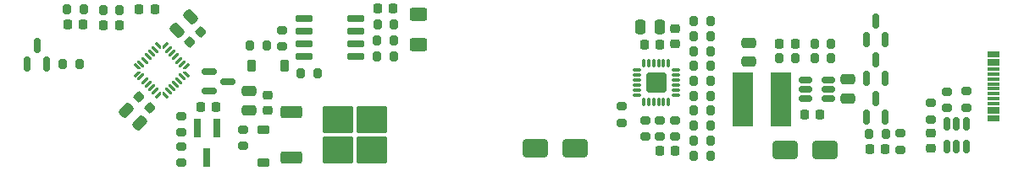
<source format=gbr>
%TF.GenerationSoftware,KiCad,Pcbnew,(7.0.0)*%
%TF.CreationDate,2023-05-08T01:10:33+02:00*%
%TF.ProjectId,Stacja Lutownicza V0.1,53746163-6a61-4204-9c75-746f776e6963,rev?*%
%TF.SameCoordinates,Original*%
%TF.FileFunction,Paste,Bot*%
%TF.FilePolarity,Positive*%
%FSLAX46Y46*%
G04 Gerber Fmt 4.6, Leading zero omitted, Abs format (unit mm)*
G04 Created by KiCad (PCBNEW (7.0.0)) date 2023-05-08 01:10:33*
%MOMM*%
%LPD*%
G01*
G04 APERTURE LIST*
G04 Aperture macros list*
%AMRoundRect*
0 Rectangle with rounded corners*
0 $1 Rounding radius*
0 $2 $3 $4 $5 $6 $7 $8 $9 X,Y pos of 4 corners*
0 Add a 4 corners polygon primitive as box body*
4,1,4,$2,$3,$4,$5,$6,$7,$8,$9,$2,$3,0*
0 Add four circle primitives for the rounded corners*
1,1,$1+$1,$2,$3*
1,1,$1+$1,$4,$5*
1,1,$1+$1,$6,$7*
1,1,$1+$1,$8,$9*
0 Add four rect primitives between the rounded corners*
20,1,$1+$1,$2,$3,$4,$5,0*
20,1,$1+$1,$4,$5,$6,$7,0*
20,1,$1+$1,$6,$7,$8,$9,0*
20,1,$1+$1,$8,$9,$2,$3,0*%
%AMFreePoly0*
4,1,15,0.053642,0.377500,0.080000,0.377500,0.111820,0.364320,0.125000,0.332500,0.125000,-0.332500,0.111820,-0.364320,0.080000,-0.377500,-0.080000,-0.377500,-0.111820,-0.364320,-0.125000,-0.332500,-0.125000,0.198860,-0.111820,0.230680,0.021820,0.364320,0.053640,0.377501,0.053642,0.377500,0.053642,0.377500,$1*%
%AMFreePoly1*
4,1,14,-0.021820,0.364320,0.111820,0.230679,0.125000,0.198858,0.125000,-0.332500,0.111820,-0.364320,0.080000,-0.377500,-0.080000,-0.377500,-0.111820,-0.364320,-0.125000,-0.332500,-0.125000,0.332500,-0.111820,0.364320,-0.080000,0.377500,-0.053640,0.377500,-0.021820,0.364320,-0.021820,0.364320,$1*%
%AMFreePoly2*
4,1,14,0.364320,0.111820,0.377500,0.080000,0.377500,-0.080000,0.364320,-0.111820,0.332500,-0.125000,-0.198860,-0.125001,-0.230680,-0.111818,-0.364320,0.021820,-0.377500,0.053640,-0.377500,0.080000,-0.364320,0.111820,-0.332500,0.125000,0.332500,0.125000,0.364320,0.111820,0.364320,0.111820,$1*%
%AMFreePoly3*
4,1,15,-0.198858,0.125000,0.332500,0.125000,0.364320,0.111820,0.377500,0.080000,0.377500,-0.080000,0.364320,-0.111820,0.332500,-0.125000,-0.332500,-0.125000,-0.364320,-0.111820,-0.377500,-0.080000,-0.377500,-0.053640,-0.364321,-0.021819,-0.230680,0.111820,-0.198860,0.125001,-0.198858,0.125000,-0.198858,0.125000,$1*%
%AMFreePoly4*
4,1,14,0.111820,0.364320,0.125000,0.332500,0.125001,-0.198860,0.111818,-0.230680,-0.021820,-0.364320,-0.053640,-0.377500,-0.080000,-0.377500,-0.111820,-0.364320,-0.125000,-0.332500,-0.125000,0.332500,-0.111820,0.364320,-0.080000,0.377500,0.080000,0.377500,0.111820,0.364320,0.111820,0.364320,$1*%
%AMFreePoly5*
4,1,14,0.111820,0.364320,0.125000,0.332500,0.125000,-0.332500,0.111820,-0.364320,0.080000,-0.377500,0.053640,-0.377501,0.021819,-0.364318,-0.111820,-0.230680,-0.125000,-0.198860,-0.125000,0.332500,-0.111820,0.364320,-0.080000,0.377500,0.080000,0.377500,0.111820,0.364320,0.111820,0.364320,$1*%
%AMFreePoly6*
4,1,14,0.230680,0.111820,0.364320,-0.021821,0.377500,-0.053642,0.377500,-0.080000,0.364320,-0.111820,0.332500,-0.125000,-0.332500,-0.125000,-0.364320,-0.111820,-0.377500,-0.080000,-0.377500,0.080000,-0.364320,0.111820,-0.332500,0.125000,0.198860,0.125000,0.230680,0.111820,0.230680,0.111820,$1*%
%AMFreePoly7*
4,1,14,0.364320,0.111820,0.377500,0.080000,0.377501,0.053640,0.364318,0.021819,0.230680,-0.111820,0.198860,-0.125000,-0.332500,-0.125000,-0.364320,-0.111820,-0.377500,-0.080000,-0.377500,0.080000,-0.364320,0.111820,-0.332500,0.125000,0.332500,0.125000,0.364320,0.111820,0.364320,0.111820,$1*%
G04 Aperture macros list end*
%ADD10RoundRect,0.200000X0.200000X0.275000X-0.200000X0.275000X-0.200000X-0.275000X0.200000X-0.275000X0*%
%ADD11RoundRect,0.188000X0.812000X0.812000X-0.812000X0.812000X-0.812000X-0.812000X0.812000X-0.812000X0*%
%ADD12RoundRect,0.075000X0.075000X-0.350000X0.075000X0.350000X-0.075000X0.350000X-0.075000X-0.350000X0*%
%ADD13RoundRect,0.075000X0.350000X0.075000X-0.350000X0.075000X-0.350000X-0.075000X0.350000X-0.075000X0*%
%ADD14RoundRect,0.225000X0.225000X0.250000X-0.225000X0.250000X-0.225000X-0.250000X0.225000X-0.250000X0*%
%ADD15RoundRect,0.200000X0.275000X-0.200000X0.275000X0.200000X-0.275000X0.200000X-0.275000X-0.200000X0*%
%ADD16RoundRect,0.250000X-0.512652X-0.159099X-0.159099X-0.512652X0.512652X0.159099X0.159099X0.512652X0*%
%ADD17RoundRect,0.250000X-0.625000X0.400000X-0.625000X-0.400000X0.625000X-0.400000X0.625000X0.400000X0*%
%ADD18RoundRect,0.200000X-0.200000X-0.275000X0.200000X-0.275000X0.200000X0.275000X-0.200000X0.275000X0*%
%ADD19RoundRect,0.150000X-0.587500X-0.150000X0.587500X-0.150000X0.587500X0.150000X-0.587500X0.150000X0*%
%ADD20RoundRect,0.250000X1.000000X0.650000X-1.000000X0.650000X-1.000000X-0.650000X1.000000X-0.650000X0*%
%ADD21RoundRect,0.150000X0.150000X-0.587500X0.150000X0.587500X-0.150000X0.587500X-0.150000X-0.587500X0*%
%ADD22R,0.800000X1.900000*%
%ADD23RoundRect,0.200000X-0.275000X0.200000X-0.275000X-0.200000X0.275000X-0.200000X0.275000X0.200000X0*%
%ADD24RoundRect,0.225000X0.250000X-0.225000X0.250000X0.225000X-0.250000X0.225000X-0.250000X-0.225000X0*%
%ADD25RoundRect,0.218750X0.218750X0.256250X-0.218750X0.256250X-0.218750X-0.256250X0.218750X-0.256250X0*%
%ADD26RoundRect,0.250000X0.475000X-0.250000X0.475000X0.250000X-0.475000X0.250000X-0.475000X-0.250000X0*%
%ADD27RoundRect,0.225000X0.225000X0.375000X-0.225000X0.375000X-0.225000X-0.375000X0.225000X-0.375000X0*%
%ADD28RoundRect,0.250000X0.159099X-0.512652X0.512652X-0.159099X-0.159099X0.512652X-0.512652X0.159099X0*%
%ADD29R,2.150000X5.500000*%
%ADD30RoundRect,0.250000X0.250000X0.475000X-0.250000X0.475000X-0.250000X-0.475000X0.250000X-0.475000X0*%
%ADD31RoundRect,0.225000X-0.335876X-0.017678X-0.017678X-0.335876X0.335876X0.017678X0.017678X0.335876X0*%
%ADD32RoundRect,0.150000X-0.512500X-0.150000X0.512500X-0.150000X0.512500X0.150000X-0.512500X0.150000X0*%
%ADD33RoundRect,0.225000X-0.375000X0.225000X-0.375000X-0.225000X0.375000X-0.225000X0.375000X0.225000X0*%
%ADD34R,1.150000X0.300000*%
%ADD35RoundRect,0.225000X0.017678X-0.335876X0.335876X-0.017678X-0.017678X0.335876X-0.335876X0.017678X0*%
%ADD36RoundRect,0.225000X-0.225000X-0.250000X0.225000X-0.250000X0.225000X0.250000X-0.225000X0.250000X0*%
%ADD37RoundRect,0.150000X-0.150000X0.512500X-0.150000X-0.512500X0.150000X-0.512500X0.150000X0.512500X0*%
%ADD38FreePoly0,225.000000*%
%ADD39RoundRect,0.062500X-0.220971X0.309359X-0.309359X0.220971X0.220971X-0.309359X0.309359X-0.220971X0*%
%ADD40FreePoly1,225.000000*%
%ADD41FreePoly2,225.000000*%
%ADD42RoundRect,0.062500X0.220971X0.309359X-0.309359X-0.220971X-0.220971X-0.309359X0.309359X0.220971X0*%
%ADD43FreePoly3,225.000000*%
%ADD44FreePoly4,225.000000*%
%ADD45FreePoly5,225.000000*%
%ADD46FreePoly6,225.000000*%
%ADD47FreePoly7,225.000000*%
%ADD48RoundRect,0.250000X-1.000000X-0.650000X1.000000X-0.650000X1.000000X0.650000X-1.000000X0.650000X0*%
%ADD49RoundRect,0.250000X-0.850000X-0.350000X0.850000X-0.350000X0.850000X0.350000X-0.850000X0.350000X0*%
%ADD50RoundRect,0.250000X-1.275000X-1.125000X1.275000X-1.125000X1.275000X1.125000X-1.275000X1.125000X0*%
%ADD51RoundRect,0.150000X0.725000X0.150000X-0.725000X0.150000X-0.725000X-0.150000X0.725000X-0.150000X0*%
G04 APERTURE END LIST*
D10*
%TO.C,R28*%
X188450000Y-87450000D03*
X190100000Y-87450000D03*
%TD*%
D11*
%TO.C,U5*%
X184650000Y-90600000D03*
D12*
X185900000Y-88650000D03*
X185400000Y-88650000D03*
X184900000Y-88650000D03*
X184400000Y-88650000D03*
X183900000Y-88650000D03*
X183400000Y-88650000D03*
D13*
X182700000Y-89350000D03*
X182700000Y-89850000D03*
X182700000Y-90350000D03*
X182700000Y-90850000D03*
X182700000Y-91350000D03*
X182700000Y-91850000D03*
D12*
X183400000Y-92550000D03*
X183900000Y-92550000D03*
X184400000Y-92550000D03*
X184900000Y-92550000D03*
X185400000Y-92550000D03*
X185900000Y-92550000D03*
D13*
X186600000Y-91850000D03*
X186600000Y-91350000D03*
X186600000Y-90850000D03*
X186600000Y-90350000D03*
X186600000Y-89850000D03*
X186600000Y-89350000D03*
%TD*%
D14*
%TO.C,C15*%
X134525000Y-83250000D03*
X132975000Y-83250000D03*
%TD*%
D15*
%TO.C,R17*%
X147250000Y-87000000D03*
X147250000Y-85350000D03*
%TD*%
D16*
%TO.C,C25*%
X131706498Y-93380241D03*
X133050000Y-94723743D03*
%TD*%
D10*
%TO.C,R15*%
X150800000Y-89700000D03*
X149150000Y-89700000D03*
%TD*%
D17*
%TO.C,R7*%
X160900000Y-83750000D03*
X160900000Y-86850000D03*
%TD*%
D14*
%TO.C,C6*%
X158375000Y-83205000D03*
X156825000Y-83205000D03*
%TD*%
%TO.C,C12*%
X183497382Y-86800000D03*
X185047382Y-86800000D03*
%TD*%
D10*
%TO.C,R32*%
X190100000Y-94950000D03*
X188450000Y-94950000D03*
%TD*%
%TO.C,R6*%
X200500000Y-86700000D03*
X202150000Y-86700000D03*
%TD*%
D18*
%TO.C,R33*%
X190100000Y-93450000D03*
X188450000Y-93450000D03*
%TD*%
D10*
%TO.C,R20*%
X125775000Y-83250000D03*
X127425000Y-83250000D03*
%TD*%
%TO.C,R34*%
X188450000Y-96450000D03*
X190100000Y-96450000D03*
%TD*%
D15*
%TO.C,R25*%
X181250000Y-93000000D03*
X181250000Y-94650000D03*
%TD*%
%TO.C,R39*%
X215675000Y-91500000D03*
X215675000Y-93150000D03*
%TD*%
D19*
%TO.C,U3*%
X141825000Y-90500000D03*
X139950000Y-89550000D03*
X139950000Y-91450000D03*
%TD*%
D20*
%TO.C,D3*%
X197550000Y-97400000D03*
X201550000Y-97400000D03*
%TD*%
D21*
%TO.C,Q1*%
X206600000Y-92187500D03*
X205650000Y-94062500D03*
X207550000Y-94062500D03*
%TD*%
D22*
%TO.C,Q4*%
X138799999Y-95149999D03*
X140699999Y-95149999D03*
X139749999Y-98149999D03*
%TD*%
D23*
%TO.C,R8*%
X143350000Y-95325000D03*
X143350000Y-96975000D03*
%TD*%
%TO.C,R10*%
X137150000Y-93975000D03*
X137150000Y-95625000D03*
%TD*%
D10*
%TO.C,R21*%
X198575000Y-88200000D03*
X196925000Y-88200000D03*
%TD*%
D24*
%TO.C,C30*%
X212100000Y-95700000D03*
X212100000Y-97250000D03*
%TD*%
D25*
%TO.C,D9*%
X131000000Y-84850000D03*
X129425000Y-84850000D03*
%TD*%
D21*
%TO.C,Q5*%
X122755000Y-86906548D03*
X121805000Y-88781548D03*
X123705000Y-88781548D03*
%TD*%
D10*
%TO.C,R36*%
X188425000Y-91950000D03*
X190075000Y-91950000D03*
%TD*%
D24*
%TO.C,C20*%
X186550000Y-86750000D03*
X186550000Y-85200000D03*
%TD*%
D26*
%TO.C,C3*%
X203850000Y-90300000D03*
X203850000Y-92200000D03*
%TD*%
D27*
%TO.C,D5*%
X147525000Y-88900000D03*
X144225000Y-88900000D03*
%TD*%
D18*
%TO.C,R1*%
X207625000Y-95812500D03*
X205975000Y-95812500D03*
%TD*%
D15*
%TO.C,R40*%
X213712500Y-91525000D03*
X213712500Y-93175000D03*
%TD*%
D10*
%TO.C,R13*%
X158400000Y-88000000D03*
X156750000Y-88000000D03*
%TD*%
D18*
%TO.C,R11*%
X156750000Y-86400000D03*
X158400000Y-86400000D03*
%TD*%
D25*
%TO.C,D7*%
X198537500Y-86700000D03*
X196962500Y-86700000D03*
%TD*%
D15*
%TO.C,R19*%
X212100000Y-92675000D03*
X212100000Y-94325000D03*
%TD*%
D26*
%TO.C,C16*%
X144000000Y-93400000D03*
X144000000Y-91500000D03*
%TD*%
D10*
%TO.C,R16*%
X145725000Y-86900000D03*
X144075000Y-86900000D03*
%TD*%
D28*
%TO.C,C27*%
X136778249Y-85371751D03*
X138121751Y-84028249D03*
%TD*%
D15*
%TO.C,R37*%
X183547382Y-94400000D03*
X183547382Y-96050000D03*
%TD*%
D29*
%TO.C,L1*%
X193299999Y-92299999D03*
X197149999Y-92299999D03*
%TD*%
D10*
%TO.C,R12*%
X158475000Y-84800000D03*
X156825000Y-84800000D03*
%TD*%
D26*
%TO.C,C5*%
X193950000Y-86600000D03*
X193950000Y-88500000D03*
%TD*%
D18*
%TO.C,R35*%
X190075000Y-97950000D03*
X188425000Y-97950000D03*
%TD*%
D30*
%TO.C,C11*%
X183100000Y-85000000D03*
X185000000Y-85000000D03*
%TD*%
D10*
%TO.C,R14*%
X127000000Y-88775000D03*
X125350000Y-88775000D03*
%TD*%
D21*
%TO.C,D1*%
X206600000Y-84462500D03*
X205650000Y-86337500D03*
X207550000Y-86337500D03*
%TD*%
D18*
%TO.C,R31*%
X190100000Y-84450000D03*
X188450000Y-84450000D03*
%TD*%
D25*
%TO.C,D8*%
X184984882Y-97500000D03*
X186559882Y-97500000D03*
%TD*%
D23*
%TO.C,R9*%
X137150000Y-97050000D03*
X137150000Y-98700000D03*
%TD*%
D10*
%TO.C,R22*%
X188425000Y-90450000D03*
X190075000Y-90450000D03*
%TD*%
D23*
%TO.C,R2*%
X209050000Y-97375000D03*
X209050000Y-95725000D03*
%TD*%
D24*
%TO.C,C17*%
X145850000Y-93425000D03*
X145850000Y-91875000D03*
%TD*%
D31*
%TO.C,C14*%
X132980241Y-92053984D03*
X134076257Y-93150000D03*
%TD*%
D32*
%TO.C,U1*%
X201887500Y-92250000D03*
X201887500Y-91300000D03*
X201887500Y-90350000D03*
X199612500Y-90350000D03*
X199612500Y-91300000D03*
X199612500Y-92250000D03*
%TD*%
D33*
%TO.C,D4*%
X145400000Y-95350000D03*
X145400000Y-98650000D03*
%TD*%
D15*
%TO.C,R27*%
X186547382Y-94425000D03*
X186547382Y-96075000D03*
%TD*%
D10*
%TO.C,R30*%
X188450000Y-85950000D03*
X190100000Y-85950000D03*
%TD*%
D34*
%TO.C,J3*%
X218404999Y-87649999D03*
X218404999Y-88449999D03*
X218404999Y-89749999D03*
X218404999Y-90749999D03*
X218404999Y-91249999D03*
X218404999Y-92249999D03*
X218404999Y-93549999D03*
X218404999Y-94349999D03*
X218404999Y-94049999D03*
X218404999Y-93249999D03*
X218404999Y-92749999D03*
X218404999Y-91749999D03*
X218404999Y-90249999D03*
X218404999Y-89249999D03*
X218404999Y-88749999D03*
X218404999Y-87949999D03*
%TD*%
D18*
%TO.C,R5*%
X202130834Y-88200000D03*
X200480834Y-88200000D03*
%TD*%
D35*
%TO.C,C28*%
X138001992Y-86598008D03*
X139098008Y-85501992D03*
%TD*%
D14*
%TO.C,C31*%
X140650000Y-93050000D03*
X139100000Y-93050000D03*
%TD*%
D21*
%TO.C,Q2*%
X206600000Y-88312500D03*
X205650000Y-90187500D03*
X207550000Y-90187500D03*
%TD*%
D36*
%TO.C,C2*%
X207575000Y-97312500D03*
X206025000Y-97312500D03*
%TD*%
D14*
%TO.C,C4*%
X199475000Y-93800000D03*
X201025000Y-93800000D03*
%TD*%
D18*
%TO.C,R29*%
X190075000Y-88950000D03*
X188425000Y-88950000D03*
%TD*%
D10*
%TO.C,R38*%
X131025000Y-83300000D03*
X129375000Y-83300000D03*
%TD*%
D23*
%TO.C,R26*%
X185047382Y-96075000D03*
X185047382Y-94425000D03*
%TD*%
D25*
%TO.C,D6*%
X125812500Y-84800000D03*
X127387500Y-84800000D03*
%TD*%
D37*
%TO.C,U6*%
X213737500Y-97037500D03*
X214687500Y-97037500D03*
X215637500Y-97037500D03*
X215637500Y-94762500D03*
X214687500Y-94762500D03*
X213737500Y-94762500D03*
%TD*%
D38*
%TO.C,U4*%
X134875108Y-86926894D03*
D39*
X134563981Y-87322874D03*
X134210428Y-87676427D03*
X133856875Y-88029981D03*
X133503321Y-88383534D03*
X133149768Y-88737087D03*
D40*
X132753788Y-89048214D03*
D41*
X132753788Y-89751786D03*
D42*
X133149768Y-90062913D03*
X133503321Y-90416466D03*
X133856875Y-90770019D03*
X134210428Y-91123573D03*
X134563981Y-91477126D03*
D43*
X134875108Y-91873106D03*
D44*
X135578680Y-91873106D03*
D39*
X135889807Y-91477126D03*
X136243360Y-91123573D03*
X136596913Y-90770019D03*
X136950467Y-90416466D03*
X137304020Y-90062913D03*
D45*
X137700000Y-89751786D03*
D46*
X137700000Y-89048214D03*
D42*
X137304020Y-88737087D03*
X136950467Y-88383534D03*
X136596913Y-88029981D03*
X136243360Y-87676427D03*
X135889807Y-87322874D03*
D47*
X135578680Y-86926894D03*
%TD*%
D48*
%TO.C,D2*%
X172550000Y-97200000D03*
X176550000Y-97200000D03*
%TD*%
D49*
%TO.C,Q3*%
X148225000Y-98155000D03*
D50*
X152850000Y-94350000D03*
X152850000Y-97400000D03*
X156200000Y-94350000D03*
X156200000Y-97400000D03*
D49*
X148225000Y-93595000D03*
%TD*%
D51*
%TO.C,U2*%
X154650000Y-84195000D03*
X154650000Y-85465000D03*
X154650000Y-86735000D03*
X154650000Y-88005000D03*
X149500000Y-88005000D03*
X149500000Y-86735000D03*
X149500000Y-85465000D03*
X149500000Y-84195000D03*
%TD*%
M02*

</source>
